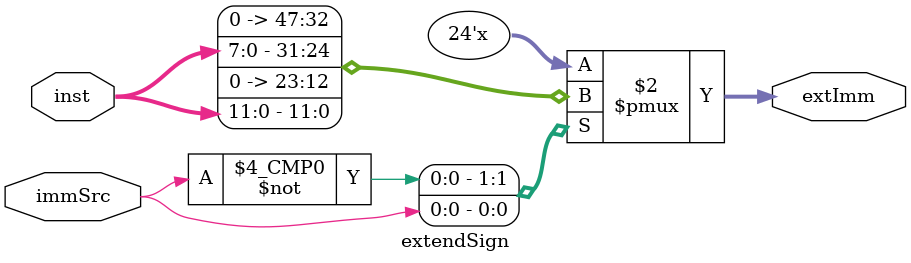
<source format=sv>
module extendSign (input logic [11:0] inst, input logic  immSrc, output logic [23:0] extImm);


	always_comb
		case(immSrc)
			// 8-bit unsigned immediate
			1'b0: extImm = {16'b0, inst[7:0]};
			// 12-bit unsigned immediate
			1'b1: extImm = {20'b0, inst[11:0]};
			
		default: extImm = 24'bx; // undefined
	endcase
endmodule 
</source>
